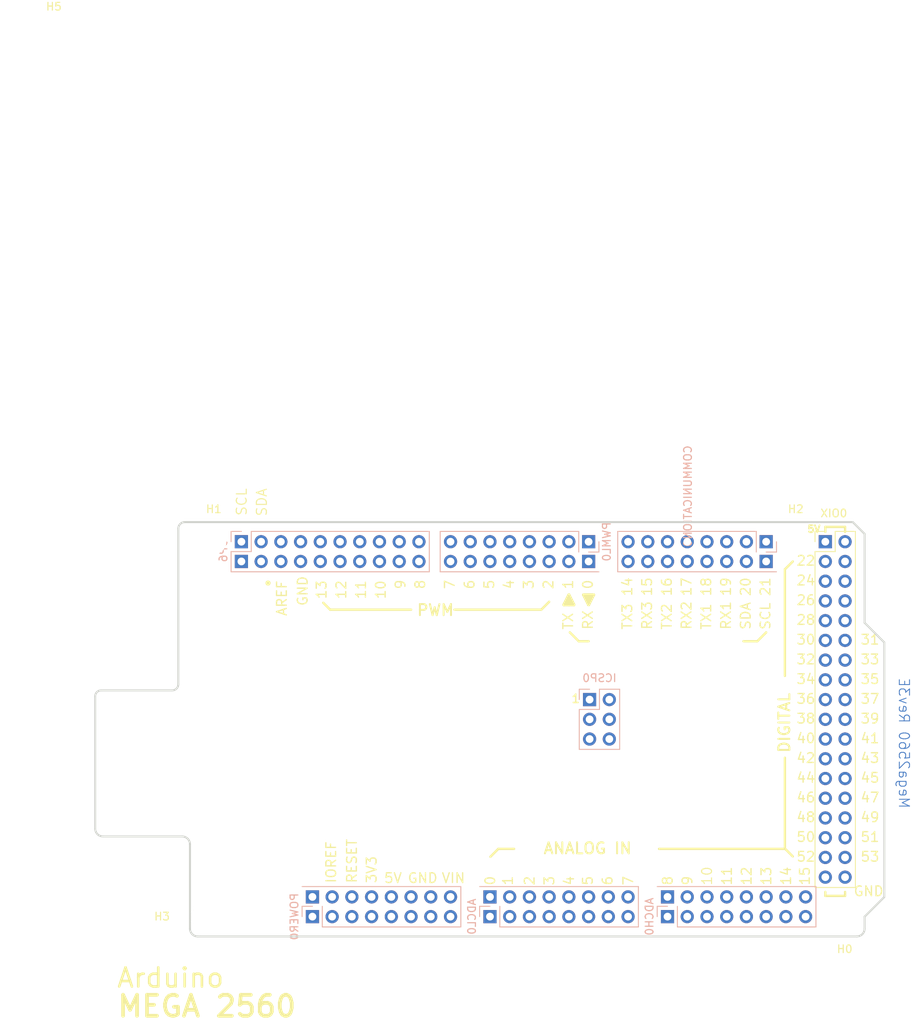
<source format=kicad_pcb>
(kicad_pcb (version 20240108) (generator "pcbnew") (generator_version "8.0")
  (layers (0 "F.Cu" signal) (31 "B.Cu" signal) (34 "B.Paste" user) (35 "F.Paste" user) (36 "B.SilkS" user "B.Silkscreen") (37 "F.SilkS" user "F.Silkscreen") (38 "B.Mask" user) (39 "F.Mask" user) (44 "Edge.Cuts" user))
  (net 0 "")
  (net 1 "+5V")
  (net 2 "GND")
  (net 3 "/ADC8")
  (net 4 "/ADC9")
  (net 5 "/ADC10")
  (net 6 "/ADC11")
  (net 7 "/ADC12")
  (net 8 "+3V3")
  (net 9 "/ADC13")
  (net 10 "/ADC14")
  (net 11 "/ADC15")
  (net 12 "/ADC0")
  (net 13 "/ADC1")
  (net 14 "/ADC2")
  (net 15 "/ADC3")
  (net 16 "/ADC4")
  (net 17 "/ADC5")
  (net 18 "/ADC6")
  (net 19 "/ADC7")
  (net 20 "/SCL")
  (net 21 "/SDA")
  (net 22 "/RXD1")
  (net 23 "/TXD1")
  (net 24 "/RXD2")
  (net 25 "/TXD2")
  (net 26 "/RXD3")
  (net 27 "/TXD3")
  (net 28 "/PB3")
  (net 29 "/PB1")
  (net 30 "/PB2")
  (net 31 "/RESET")
  (net 32 "/AREF")
  (net 33 "/VIN")
  (net 34 "/D13")
  (net 35 "/D12")
  (net 36 "/D11")
  (net 37 "/D10")
  (net 38 "/D9")
  (net 39 "/D8")
  (net 40 "/D0")
  (net 41 "/D1")
  (net 42 "/D2")
  (net 43 "/D3")
  (net 44 "/D4")
  (net 45 "/D5")
  (net 46 "/D6")
  (net 47 "/D7")
  (net 48 "/D22")
  (net 49 "/D23")
  (net 50 "/D24")
  (net 51 "/D25")
  (net 52 "/D26")
  (net 53 "/D27")
  (net 54 "/D28")
  (net 55 "/D29")
  (net 56 "/D30")
  (net 57 "/D31")
  (net 58 "/D32")
  (net 59 "/D33")
  (net 60 "/D34")
  (net 61 "/D35")
  (net 62 "/D36")
  (net 63 "/IOREF")
  (net 64 "/D37")
  (net 65 "/D38")
  (net 66 "/D39")
  (net 67 "/D40")
  (net 68 "/D41")
  (net 69 "/D42")
  (net 70 "/D43")
  (net 71 "/D44")
  (net 72 "/D45")
  (net 73 "/D46")
  (net 74 "/D47")
  (net 75 "/D48")
  (net 76 "/D49")
  (net 77 "/D50")
  (net 78 "/D51")
  (net 79 "/D52")
  (net 80 "/D53")
  (net 83 "/D1_0")
  (net 84 "/D0_0")
  (footprint "MountingHole:MountingHole_3.2mm_M3" (layer "F.Cu") (at 187.8967 80.8608)
    (property "Reference" "H2" (at 0 -4.2 0) (layer "F.SilkS"))
    (property "Value" "MountingHole_Pad")
    (pad "" np_thru_hole circle (at 0 0) (size 3.2 3.2) (drill 3.2) (layers "*.Cu" "*.Mask"))
  )
  (footprint "MountingHole:MountingHole_3.2mm_M3" (layer "F.Cu") (at 163.7667 96.1008)
    (property "Reference" "H4" (at 0 -0.1008 0) (layer "F.SilkS"))
    (property "Value" "MountingHole_Pad")
    (pad "" np_thru_hole circle (at 0 0) (size 3.2 3.2) (drill 3.2) (layers "*.Cu" "*.Mask"))
  )
  (footprint "MountingHole:MountingHole_3.2mm_M3" (layer "F.Cu") (at 112.9667 80.8608)
    (property "Reference" "H1" (at 0 -4.2 0) (layer "F.SilkS"))
    (property "Value" "MountingHole_Pad")
    (pad "" np_thru_hole circle (at 0 0) (size 3.2 3.2) (drill 3.2) (layers "*.Cu" "*.Mask"))
  )
  (footprint "MountingHole:MountingHole_3.2mm_M3" (layer "F.Cu") (at 194.2467 129.1208)
    (property "Reference" "H0" (at -0.0467 4.1792 0) (layer "F.SilkS"))
    (property "Value" "MountingHole_Pad")
    (pad "" np_thru_hole circle (at 0 0) (size 3.2 3.2) (drill 3.2) (layers "*.Cu" "*.Mask"))
  )
  (footprint "MountingHole:MountingHole_3.2mm_M3" (layer "F.Cu") (at 92.375 16.175)
    (property "Reference" "H5" (at 0 -4.2 0) (layer "F.SilkS"))
    (property "Value" "MountingHole_Pad")
    (pad "" np_thru_hole circle (at 0 0) (size 3.2 3.2) (drill 3.2) (layers "*.Cu" "*.Mask"))
  )
  (footprint "Connector_PinHeader_2.54mm:PinHeader_2x18_P2.54mm_Vertical" (layer "F.Cu") (at 191.7067 80.8608)
    (property "Reference" "XIO0" (at 1.0933 -3.6608 0) (layer "F.SilkS"))
    (property "Value" "18x2F-H8.5")
    (fp_line (start -1.33 -1.33) (end 0 -1.33) (stroke (width 0.12)) (layer "F.SilkS"))
    (fp_line (start -1.33 0) (end -1.33 -1.33) (stroke (width 0.12)) (layer "F.SilkS"))
    (fp_line (start -1.33 1.27) (end -1.33 44.51) (stroke (width 0.12)) (layer "F.SilkS"))
    (fp_line (start -1.33 1.27) (end 1.27 1.27) (stroke (width 0.12)) (layer "F.SilkS"))
    (fp_line (start -1.33 44.51) (end 3.87 44.51) (stroke (width 0.12)) (layer "F.SilkS"))
    (fp_line (start 1.27 -1.33) (end 3.87 -1.33) (stroke (width 0.12)) (layer "F.SilkS"))
    (fp_line (start 1.27 1.27) (end 1.27 -1.33) (stroke (width 0.12)) (layer "F.SilkS"))
    (fp_line (start 3.87 -1.33) (end 3.87 44.51) (stroke (width 0.12)) (layer "F.SilkS"))
    (pad "1" thru_hole rect (at 0 0) (size 1.7 1.7) (drill 1) (layers "*.Cu" "*.Mask") (net 1 "+5V"))
    (pad "2" thru_hole oval (at 2.54 0) (size 1.7 1.7) (drill 1) (layers "*.Cu" "*.Mask") (net 1 "+5V"))
    (pad "3" thru_hole oval (at 0 2.54) (size 1.7 1.7) (drill 1) (layers "*.Cu" "*.Mask") (net 48 "/D22"))
    (pad "4" thru_hole oval (at 2.54 2.54) (size 1.7 1.7) (drill 1) (layers "*.Cu" "*.Mask") (net 49 "/D23"))
    (pad "5" thru_hole oval (at 0 5.08) (size 1.7 1.7) (drill 1) (layers "*.Cu" "*.Mask") (net 50 "/D24"))
    (pad "6" thru_hole oval (at 2.54 5.08) (size 1.7 1.7) (drill 1) (layers "*.Cu" "*.Mask") (net 51 "/D25"))
    (pad "7" thru_hole oval (at 0 7.62) (size 1.7 1.7) (drill 1) (layers "*.Cu" "*.Mask") (net 52 "/D26"))
    (pad "8" thru_hole oval (at 2.54 7.62) (size 1.7 1.7) (drill 1) (layers "*.Cu" "*.Mask") (net 53 "/D27"))
    (pad "9" thru_hole oval (at 0 10.16) (size 1.7 1.7) (drill 1) (layers "*.Cu" "*.Mask") (net 54 "/D28"))
    (pad "10" thru_hole oval (at 2.54 10.16) (size 1.7 1.7) (drill 1) (layers "*.Cu" "*.Mask") (net 55 "/D29"))
    (pad "11" thru_hole oval (at 0 12.7) (size 1.7 1.7) (drill 1) (layers "*.Cu" "*.Mask") (net 56 "/D30"))
    (pad "12" thru_hole oval (at 2.54 12.7) (size 1.7 1.7) (drill 1) (layers "*.Cu" "*.Mask") (net 57 "/D31"))
    (pad "13" thru_hole oval (at 0 15.24) (size 1.7 1.7) (drill 1) (layers "*.Cu" "*.Mask") (net 58 "/D32"))
    (pad "14" thru_hole oval (at 2.54 15.24) (size 1.7 1.7) (drill 1) (layers "*.Cu" "*.Mask") (net 59 "/D33"))
    (pad "15" thru_hole oval (at 0 17.78) (size 1.7 1.7) (drill 1) (layers "*.Cu" "*.Mask") (net 60 "/D34"))
    (pad "16" thru_hole oval (at 2.54 17.78) (size 1.7 1.7) (drill 1) (layers "*.Cu" "*.Mask") (net 61 "/D35"))
    (pad "17" thru_hole oval (at 0 20.32) (size 1.7 1.7) (drill 1) (layers "*.Cu" "*.Mask") (net 62 "/D36"))
    (pad "18" thru_hole oval (at 2.54 20.32) (size 1.7 1.7) (drill 1) (layers "*.Cu" "*.Mask") (net 64 "/D37"))
    (pad "19" thru_hole oval (at 0 22.86) (size 1.7 1.7) (drill 1) (layers "*.Cu" "*.Mask") (net 65 "/D38"))
    (pad "20" thru_hole oval (at 2.54 22.86) (size 1.7 1.7) (drill 1) (layers "*.Cu" "*.Mask") (net 66 "/D39"))
    (pad "21" thru_hole oval (at 0 25.4) (size 1.7 1.7) (drill 1) (layers "*.Cu" "*.Mask") (net 67 "/D40"))
    (pad "22" thru_hole oval (at 2.54 25.4) (size 1.7 1.7) (drill 1) (layers "*.Cu" "*.Mask") (net 68 "/D41"))
    (pad "23" thru_hole oval (at 0 27.94) (size 1.7 1.7) (drill 1) (layers "*.Cu" "*.Mask") (net 69 "/D42"))
    (pad "24" thru_hole oval (at 2.54 27.94) (size 1.7 1.7) (drill 1) (layers "*.Cu" "*.Mask") (net 70 "/D43"))
    (pad "25" thru_hole oval (at 0 30.48) (size 1.7 1.7) (drill 1) (layers "*.Cu" "*.Mask") (net 71 "/D44"))
    (pad "26" thru_hole oval (at 2.54 30.48) (size 1.7 1.7) (drill 1) (layers "*.Cu" "*.Mask") (net 72 "/D45"))
    (pad "27" thru_hole oval (at 0 33.02) (size 1.7 1.7) (drill 1) (layers "*.Cu" "*.Mask") (net 73 "/D46"))
    (pad "28" thru_hole oval (at 2.54 33.02) (size 1.7 1.7) (drill 1) (layers "*.Cu" "*.Mask") (net 74 "/D47"))
    (pad "29" thru_hole oval (at 0 35.56) (size 1.7 1.7) (drill 1) (layers "*.Cu" "*.Mask") (net 75 "/D48"))
    (pad "30" thru_hole oval (at 2.54 35.56) (size 1.7 1.7) (drill 1) (layers "*.Cu" "*.Mask") (net 76 "/D49"))
    (pad "31" thru_hole oval (at 0 38.1) (size 1.7 1.7) (drill 1) (layers "*.Cu" "*.Mask") (net 77 "/D50"))
    (pad "32" thru_hole oval (at 2.54 38.1) (size 1.7 1.7) (drill 1) (layers "*.Cu" "*.Mask") (net 78 "/D51"))
    (pad "33" thru_hole oval (at 0 40.64) (size 1.7 1.7) (drill 1) (layers "*.Cu" "*.Mask") (net 79 "/D52"))
    (pad "34" thru_hole oval (at 2.54 40.64) (size 1.7 1.7) (drill 1) (layers "*.Cu" "*.Mask") (net 80 "/D53"))
    (pad "35" thru_hole oval (at 0 43.18) (size 1.7 1.7) (drill 1) (layers "*.Cu" "*.Mask") (net 2 "GND"))
    (pad "36" thru_hole oval (at 2.54 43.18) (size 1.7 1.7) (drill 1) (layers "*.Cu" "*.Mask") (net 2 "GND"))
  )
  (footprint "MountingHole:MountingHole_3.2mm_M3" (layer "F.Cu") (at 111.6967 129.1208)
    (property "Reference" "H3" (at -5.3967 -0.0208 0) (layer "F.SilkS"))
    (property "Value" "MountingHole_Pad")
    (pad "" np_thru_hole circle (at 0 0) (size 3.2 3.2) (drill 3.2) (layers "*.Cu" "*.Mask"))
  )
  (footprint "DoubleRows:PinHeader_1x08_P2.54mm_Vertical_Double" (layer "B.Cu") (at 161.2267 80.8608 90)
    (property "Reference" "PWML0" (at 0 2.33 -90) (layer "B.SilkS") (effects (justify mirror)))
    (property "Value" "FH254-108DF08500V")
    (fp_line (start -3.87 -19.11) (end 1.33 -19.11) (stroke (width 0.12)) (layer "B.SilkS"))
    (fp_line (start 1.33 -1.27) (end 1.33 -19.11) (stroke (width 0.12)) (layer "B.SilkS"))
    (fp_line (start -1.33 -1.27) (end 1.33 -1.27) (stroke (width 0.12)) (layer "B.SilkS"))
    (fp_line (start -1.33 0) (end -1.33 1.33) (stroke (width 0.12)) (layer "B.SilkS"))
    (fp_line (start -1.33 1.33) (end 0 1.33) (stroke (width 0.12)) (layer "B.SilkS"))
    (fp_line (start -3.87 1.33) (end -3.87 -19.11) (stroke (width 0.12)) (layer "B.SilkS"))
    (pad "1" thru_hole rect (at -2.54 0 90) (size 1.7 1.7) (drill 1) (layers "*.Cu" "*.Mask") (net 84 "/D0_0"))
    (pad "1" thru_hole rect (at 0 0 90) (size 1.7 1.7) (drill 1) (layers "*.Cu" "*.Mask") (net 40 "/D0"))
    (pad "2" thru_hole oval (at -2.54 -2.54 90) (size 1.7 1.7) (drill 1) (layers "*.Cu" "*.Mask") (net 83 "/D1_0"))
    (pad "2" thru_hole oval (at 0 -2.54 90) (size 1.7 1.7) (drill 1) (layers "*.Cu" "*.Mask") (net 41 "/D1"))
    (pad "3" thru_hole oval (at -2.54 -5.08 90) (size 1.7 1.7) (drill 1) (layers "*.Cu" "*.Mask") (net 42 "/D2"))
    (pad "3" thru_hole oval (at 0 -5.08 90) (size 1.7 1.7) (drill 1) (layers "*.Cu" "*.Mask") (net 42 "/D2"))
    (pad "4" thru_hole oval (at -2.54 -7.62 90) (size 1.7 1.7) (drill 1) (layers "*.Cu" "*.Mask") (net 43 "/D3"))
    (pad "4" thru_hole oval (at 0 -7.62 90) (size 1.7 1.7) (drill 1) (layers "*.Cu" "*.Mask") (net 43 "/D3"))
    (pad "5" thru_hole oval (at -2.54 -10.16 90) (size 1.7 1.7) (drill 1) (layers "*.Cu" "*.Mask") (net 44 "/D4"))
    (pad "5" thru_hole oval (at 0 -10.16 90) (size 1.7 1.7) (drill 1) (layers "*.Cu" "*.Mask") (net 44 "/D4"))
    (pad "6" thru_hole oval (at -2.54 -12.7 90) (size 1.7 1.7) (drill 1) (layers "*.Cu" "*.Mask") (net 45 "/D5"))
    (pad "6" thru_hole oval (at 0 -12.7 90) (size 1.7 1.7) (drill 1) (layers "*.Cu" "*.Mask") (net 45 "/D5"))
    (pad "7" thru_hole oval (at -2.54 -15.24 90) (size 1.7 1.7) (drill 1) (layers "*.Cu" "*.Mask") (net 46 "/D6"))
    (pad "7" thru_hole oval (at 0 -15.24 90) (size 1.7 1.7) (drill 1) (layers "*.Cu" "*.Mask") (net 46 "/D6"))
    (pad "8" thru_hole oval (at -2.54 -17.78 90) (size 1.7 1.7) (drill 1) (layers "*.Cu" "*.Mask") (net 47 "/D7"))
    (pad "8" thru_hole oval (at 0 -17.78 90) (size 1.7 1.7) (drill 1) (layers "*.Cu" "*.Mask") (net 47 "/D7"))
  )
  (footprint "DoubleRows:PinHeader_1x08_P2.54mm_Vertical_Double" (layer "B.Cu") (at 148.5267 129.1208 -90)
    (property "Reference" "ADCL0" (at 0 2.33 90) (layer "B.SilkS") (effects (justify mirror)))
    (property "Value" "FH254-108DF08500V")
    (fp_line (start -3.87 1.33) (end -3.87 -19.11) (stroke (width 0.12)) (layer "B.SilkS"))
    (fp_line (start -1.33 1.33) (end 0 1.33) (stroke (width 0.12)) (layer "B.SilkS"))
    (fp_line (start -1.33 0) (end -1.33 1.33) (stroke (width 0.12)) (layer "B.SilkS"))
    (fp_line (start -1.33 -1.27) (end 1.33 -1.27) (stroke (width 0.12)) (layer "B.SilkS"))
    (fp_line (start 1.33 -1.27) (end 1.33 -19.11) (stroke (width 0.12)) (layer "B.SilkS"))
    (fp_line (start -3.87 -19.11) (end 1.33 -19.11) (stroke (width 0.12)) (layer "B.SilkS"))
    (pad "1" thru_hole rect (at -2.54 0 270) (size 1.7 1.7) (drill 1) (layers "*.Cu" "*.Mask") (net 12 "/ADC0"))
    (pad "1" thru_hole rect (at 0 0 270) (size 1.7 1.7) (drill 1) (layers "*.Cu" "*.Mask") (net 12 "/ADC0"))
    (pad "2" thru_hole oval (at -2.54 -2.54 270) (size 1.7 1.7) (drill 1) (layers "*.Cu" "*.Mask") (net 13 "/ADC1"))
    (pad "2" thru_hole oval (at 0 -2.54 270) (size 1.7 1.7) (drill 1) (layers "*.Cu" "*.Mask") (net 13 "/ADC1"))
    (pad "3" thru_hole oval (at -2.54 -5.08 270) (size 1.7 1.7) (drill 1) (layers "*.Cu" "*.Mask") (net 14 "/ADC2"))
    (pad "3" thru_hole oval (at 0 -5.08 270) (size 1.7 1.7) (drill 1) (layers "*.Cu" "*.Mask") (net 14 "/ADC2"))
    (pad "4" thru_hole oval (at -2.54 -7.62 270) (size 1.7 1.7) (drill 1) (layers "*.Cu" "*.Mask") (net 15 "/ADC3"))
    (pad "4" thru_hole oval (at 0 -7.62 270) (size 1.7 1.7) (drill 1) (layers "*.Cu" "*.Mask") (net 15 "/ADC3"))
    (pad "5" thru_hole oval (at -2.54 -10.16 270) (size 1.7 1.7) (drill 1) (layers "*.Cu" "*.Mask") (net 16 "/ADC4"))
    (pad "5" thru_hole oval (at 0 -10.16 270) (size 1.7 1.7) (drill 1) (layers "*.Cu" "*.Mask") (net 16 "/ADC4"))
    (pad "6" thru_hole oval (at -2.54 -12.7 270) (size 1.7 1.7) (drill 1) (layers "*.Cu" "*.Mask") (net 17 "/ADC5"))
    (pad "6" thru_hole oval (at 0 -12.7 270) (size 1.7 1.7) (drill 1) (layers "*.Cu" "*.Mask") (net 17 "/ADC5"))
    (pad "7" thru_hole oval (at -2.54 -15.24 270) (size 1.7 1.7) (drill 1) (layers "*.Cu" "*.Mask") (net 18 "/ADC6"))
    (pad "7" thru_hole oval (at 0 -15.24 270) (size 1.7 1.7) (drill 1) (layers "*.Cu" "*.Mask") (net 18 "/ADC6"))
    (pad "8" thru_hole oval (at -2.54 -17.78 270) (size 1.7 1.7) (drill 1) (layers "*.Cu" "*.Mask") (net 19 "/ADC7"))
    (pad "8" thru_hole oval (at 0 -17.78 270) (size 1.7 1.7) (drill 1) (layers "*.Cu" "*.Mask") (net 19 "/ADC7"))
  )
  (footprint "DoubleRows:PinHeader_1x10_P2.54mm_Vertical_Double" (layer "B.Cu") (at 116.5227 80.8608 -90)
    (property "Reference" "JP6" (at 1.27 2.33 90) (layer "B.SilkS") (effects (justify mirror)))
    (property "Value" "FH254-110DF08500V")
    (fp_line (start -1.33 1.33) (end 0 1.33) (stroke (width 0.12)) (layer "B.SilkS"))
    (fp_line (start 1.27 1.33) (end 3.87 1.33) (stroke (width 0.12)) (layer "B.SilkS"))
    (fp_line (start 3.87 1.33) (end 3.87 -24.19) (stroke (width 0.12)) (layer "B.SilkS"))
    (fp_line (start -1.33 0) (end -1.33 1.33) (stroke (width 0.12)) (layer "B.SilkS"))
    (fp_line (start -1.33 -1.27) (end 1.27 -1.27) (stroke (width 0.12)) (layer "B.SilkS"))
    (fp_line (start -1.33 -1.27) (end -1.33 -24.19) (stroke (width 0.12)) (layer "B.SilkS"))
    (fp_line (start 1.27 -1.27) (end 1.27 1.33) (stroke (width 0.12)) (layer "B.SilkS"))
    (fp_line (start -1.33 -24.19) (end 3.87 -24.19) (stroke (width 0.12)) (layer "B.SilkS"))
    (pad "1" thru_hole rect (at 0 0 270) (size 1.7 1.7) (drill 1) (layers "*.Cu" "*.Mask") (net 20 "/SCL"))
    (pad "1" thru_hole rect (at 2.54 0 270) (size 1.7 1.7) (drill 1) (layers "*.Cu" "*.Mask") (net 20 "/SCL"))
    (pad "2" thru_hole oval (at 0 -2.54 270) (size 1.7 1.7) (drill 1) (layers "*.Cu" "*.Mask") (net 21 "/SDA"))
    (pad "2" thru_hole oval (at 2.54 -2.54 270) (size 1.7 1.7) (drill 1) (layers "*.Cu" "*.Mask") (net 21 "/SDA"))
    (pad "3" thru_hole oval (at 0 -5.08 270) (size 1.7 1.7) (drill 1) (layers "*.Cu" "*.Mask") (net 32 "/AREF"))
    (pad "3" thru_hole oval (at 2.54 -5.08 270) (size 1.7 1.7) (drill 1) (layers "*.Cu" "*.Mask") (net 32 "/AREF"))
    (pad "4" thru_hole oval (at 0 -7.62 270) (size 1.7 1.7) (drill 1) (layers "*.Cu" "*.Mask") (net 2 "GND"))
    (pad "4" thru_hole oval (at 2.54 -7.62 270) (size 1.7 1.7) (drill 1) (layers "*.Cu" "*.Mask") (net 2 "GND"))
    (pad "5" thru_hole oval (at 0 -10.16 270) (size 1.7 1.7) (drill 1) (layers "*.Cu" "*.Mask") (net 34 "/D13"))
    (pad "5" thru_hole oval (at 2.54 -10.16 270) (size 1.7 1.7) (drill 1) (layers "*.Cu" "*.Mask") (net 34 "/D13"))
    (pad "6" thru_hole oval (at 0 -12.7 270) (size 1.7 1.7) (drill 1) (layers "*.Cu" "*.Mask") (net 35 "/D12"))
    (pad "6" thru_hole oval (at 2.54 -12.7 270) (size 1.7 1.7) (drill 1) (layers "*.Cu" "*.Mask") (net 35 "/D12"))
    (pad "7" thru_hole oval (at 0 -15.24 270) (size 1.7 1.7) (drill 1) (layers "*.Cu" "*.Mask") (net 36 "/D11"))
    (pad "7" thru_hole oval (at 2.54 -15.24 270) (size 1.7 1.7) (drill 1) (layers "*.Cu" "*.Mask") (net 36 "/D11"))
    (pad "8" thru_hole oval (at 0 -17.78 270) (size 1.7 1.7) (drill 1) (layers "*.Cu" "*.Mask") (net 37 "/D10"))
    (pad "8" thru_hole oval (at 2.54 -17.78 270) (size 1.7 1.7) (drill 1) (layers "*.Cu" "*.Mask") (net 37 "/D10"))
    (pad "9" thru_hole oval (at 0 -20.32 270) (size 1.7 1.7) (drill 1) (layers "*.Cu" "*.Mask") (net 38 "/D9"))
    (pad "9" thru_hole oval (at 2.54 -20.32 270) (size 1.7 1.7) (drill 1) (layers "*.Cu" "*.Mask") (net 38 "/D9"))
    (pad "10" thru_hole oval (at 0 -22.86 270) (size 1.7 1.7) (drill 1) (layers "*.Cu" "*.Mask") (net 39 "/D8"))
    (pad "10" thru_hole oval (at 2.54 -22.86 270) (size 1.7 1.7) (drill 1) (layers "*.Cu" "*.Mask") (net 39 "/D8"))
  )
  (footprint "Connector_PinSocket_2.54mm:PinSocket_2x03_P2.54mm_Vertical" (layer "B.Cu") (at 161.3537 101.1808 180)
    (property "Reference" "ICSP0" (at -1.27 2.77 0) (layer "B.SilkS") (effects (justify mirror)))
    (property "Value" "ICSP")
    (fp_line (start 1.33 1.33) (end 1.33 0) (stroke (width 0.12)) (layer "B.SilkS"))
    (fp_line (start 1.33 -1.27) (end 1.33 -6.41) (stroke (width 0.12)) (layer "B.SilkS"))
    (fp_line (start 0 1.33) (end 1.33 1.33) (stroke (width 0.12)) (layer "B.SilkS"))
    (fp_line (start -1.27 1.33) (end -1.27 -1.27) (stroke (width 0.12)) (layer "B.SilkS"))
    (fp_line (start -1.27 -1.27) (end 1.33 -1.27) (stroke (width 0.12)) (layer "B.SilkS"))
    (fp_line (start -3.87 1.33) (end -1.27 1.33) (stroke (width 0.12)) (layer "B.SilkS"))
    (fp_line (start -3.87 1.33) (end -3.87 -6.41) (stroke (width 0.12)) (layer "B.SilkS"))
    (fp_line (start -3.87 -6.41) (end 1.33 -6.41) (stroke (width 0.12)) (layer "B.SilkS"))
    (pad "1" thru_hole rect (at 0 0 180) (size 1.7 1.7) (drill 1) (layers "*.Cu" "*.Mask") (net 28 "/PB3"))
    (pad "2" thru_hole oval (at -2.54 0 180) (size 1.7 1.7) (drill 1) (layers "*.Cu" "*.Mask") (net 1 "+5V"))
    (pad "3" thru_hole oval (at 0 -2.54 180) (size 1.7 1.7) (drill 1) (layers "*.Cu" "*.Mask") (net 29 "/PB1"))
    (pad "4" thru_hole oval (at -2.54 -2.54 180) (size 1.7 1.7) (drill 1) (layers "*.Cu" "*.Mask") (net 30 "/PB2"))
    (pad "5" thru_hole oval (at 0 -5.08 180) (size 1.7 1.7) (drill 1) (layers "*.Cu" "*.Mask") (net 31 "/RESET"))
    (pad "6" thru_hole oval (at -2.54 -5.08 180) (size 1.7 1.7) (drill 1) (layers "*.Cu" "*.Mask") (net 2 "GND"))
  )
  (footprint "DoubleRows:PinHeader_1x08_P2.54mm_Vertical_Double" (layer "B.Cu") (at 125.6667 129.1208 -90)
    (property "Reference" "POWER0" (at 0 2.33 90) (layer "B.SilkS") (effects (justify mirror)))
    (property "Value" "FH254-108DF08500V")
    (fp_line (start -3.87 1.33) (end -3.87 -19.11) (stroke (width 0.12)) (layer "B.SilkS"))
    (fp_line (start -1.33 1.33) (end 0 1.33) (stroke (width 0.12)) (layer "B.SilkS"))
    (fp_line (start -1.33 0) (end -1.33 1.33) (stroke (width 0.12)) (layer "B.SilkS"))
    (fp_line (start -1.33 -1.27) (end 1.33 -1.27) (stroke (width 0.12)) (layer "B.SilkS"))
    (fp_line (start 1.33 -1.27) (end 1.33 -19.11) (stroke (width 0.12)) (layer "B.SilkS"))
    (fp_line (start -3.87 -19.11) (end 1.33 -19.11) (stroke (width 0.12)) (layer "B.SilkS"))
    (pad "1" thru_hole rect (at -2.54 0 270) (size 1.7 1.7) (drill 1) (layers "*.Cu" "*.Mask"))
    (pad "1" thru_hole rect (at 0 0 270) (size 1.7 1.7) (drill 1) (layers "*.Cu" "*.Mask"))
    (pad "2" thru_hole oval (at -2.54 -2.54 270) (size 1.7 1.7) (drill 1) (layers "*.Cu" "*.Mask") (net 63 "/IOREF"))
    (pad "2" thru_hole oval (at 0 -2.54 270) (size 1.7 1.7) (drill 1) (layers "*.Cu" "*.Mask") (net 63 "/IOREF"))
    (pad "3" thru_hole oval (at -2.54 -5.08 270) (size 1.7 1.7) (drill 1) (layers "*.Cu" "*.Mask") (net 31 "/RESET"))
    (pad "3" thru_hole oval (at 0 -5.08 270) (size 1.7 1.7) (drill 1) (layers "*.Cu" "*.Mask") (net 31 "/RESET"))
    (pad "4" thru_hole oval (at -2.54 -7.62 270) (size 1.7 1.7) (drill 1) (layers "*.Cu" "*.Mask") (net 8 "+3V3"))
    (pad "4" thru_hole oval (at 0 -7.62 270) (size 1.7 1.7) (drill 1) (layers "*.Cu" "*.Mask") (net 8 "+3V3"))
    (pad "5" thru_hole oval (at -2.54 -10.16 270) (size 1.7 1.7) (drill 1) (layers "*.Cu" "*.Mask") (net 1 "+5V"))
    (pad "5" thru_hole oval (at 0 -10.16 270) (size 1.7 1.7) (drill 1) (layers "*.Cu" "*.Mask") (net 1 "+5V"))
    (pad "6" thru_hole oval (at -2.54 -12.7 270) (size 1.7 1.7) (drill 1) (layers "*.Cu" "*.Mask") (net 2 "GND"))
    (pad "6" thru_hole oval (at 0 -12.7 270) (size 1.7 1.7) (drill 1) (layers "*.Cu" "*.Mask") (net 2 "GND"))
    (pad "7" thru_hole oval (at -2.54 -15.24 270) (size 1.7 1.7) (drill 1) (layers "*.Cu" "*.Mask") (net 2 "GND"))
    (pad "7" thru_hole oval (at 0 -15.24 270) (size 1.7 1.7) (drill 1) (layers "*.Cu" "*.Mask") (net 2 "GND"))
    (pad "8" thru_hole oval (at -2.54 -17.78 270) (size 1.7 1.7) (drill 1) (layers "*.Cu" "*.Mask") (net 33 "/VIN"))
    (pad "8" thru_hole oval (at 0 -17.78 270) (size 1.7 1.7) (drill 1) (layers "*.Cu" "*.Mask") (net 33 "/VIN"))
  )
  (footprint "DoubleRows:PinHeader_1x08_P2.54mm_Vertical_Double" (layer "B.Cu") (at 184.0867 80.8608 90)
    (property "Reference" "COMMUNICATION0" (at 5.8608 -10.0867 90) (layer "B.SilkS") (effects (justify mirror)))
    (property "Value" "FH254-108DF08500V")
    (fp_line (start -3.87 -19.11) (end 1.33 -19.11) (stroke (width 0.12)) (layer "B.SilkS"))
    (fp_line (start 1.33 -1.27) (end 1.33 -19.11) (stroke (width 0.12)) (layer "B.SilkS"))
    (fp_line (start -1.33 -1.27) (end 1.33 -1.27) (stroke (width 0.12)) (layer "B.SilkS"))
    (fp_line (start -1.33 0) (end -1.33 1.33) (stroke (width 0.12)) (layer "B.SilkS"))
    (fp_line (start -1.33 1.33) (end 0 1.33) (stroke (width 0.12)) (layer "B.SilkS"))
    (fp_line (start -3.87 1.33) (end -3.87 -19.11) (stroke (width 0.12)) (layer "B.SilkS"))
    (pad "1" thru_hole rect (at -2.54 0 90) (size 1.7 1.7) (drill 1) (layers "*.Cu" "*.Mask") (net 20 "/SCL"))
    (pad "1" thru_hole rect (at 0 0 90) (size 1.7 1.7) (drill 1) (layers "*.Cu" "*.Mask") (net 20 "/SCL"))
    (pad "2" thru_hole oval (at -2.54 -2.54 90) (size 1.7 1.7) (drill 1) (layers "*.Cu" "*.Mask") (net 21 "/SDA"))
    (pad "2" thru_hole oval (at 0 -2.54 90) (size 1.7 1.7) (drill 1) (layers "*.Cu" "*.Mask") (net 21 "/SDA"))
    (pad "3" thru_hole oval (at -2.54 -5.08 90) (size 1.7 1.7) (drill 1) (layers "*.Cu" "*.Mask") (net 22 "/RXD1"))
    (pad "3" thru_hole oval (at 0 -5.08 90) (size 1.7 1.7) (drill 1) (layers "*.Cu" "*.Mask") (net 22 "/RXD1"))
    (pad "4" thru_hole oval (at -2.54 -7.62 90) (size 1.7 1.7) (drill 1) (layers "*.Cu" "*.Mask") (net 23 "/TXD1"))
    (pad "4" thru_hole oval (at 0 -7.62 90) (size 1.7 1.7) (drill 1) (layers "*.Cu" "*.Mask") (net 23 "/TXD1"))
    (pad "5" thru_hole oval (at -2.54 -10.16 90) (size 1.7 1.7) (drill 1) (layers "*.Cu" "*.Mask") (net 24 "/RXD2"))
    (pad "5" thru_hole oval (at 0 -10.16 90) (size 1.7 1.7) (drill 1) (layers "*.Cu" "*.Mask") (net 24 "/RXD2"))
    (pad "6" thru_hole oval (at -2.54 -12.7 90) (size 1.7 1.7) (drill 1) (layers "*.Cu" "*.Mask") (net 25 "/TXD2"))
    (pad "6" thru_hole oval (at 0 -12.7 90) (size 1.7 1.7) (drill 1) (layers "*.Cu" "*.Mask") (net 25 "/TXD2"))
    (pad "7" thru_hole oval (at -2.54 -15.24 90) (size 1.7 1.7) (drill 1) (layers "*.Cu" "*.Mask") (net 26 "/RXD3"))
    (pad "7" thru_hole oval (at 0 -15.24 90) (size 1.7 1.7) (drill 1) (layers "*.Cu" "*.Mask") (net 26 "/RXD3"))
    (pad "8" thru_hole oval (at -2.54 -17.78 90) (size 1.7 1.7) (drill 1) (layers "*.Cu" "*.Mask") (net 27 "/TXD3"))
    (pad "8" thru_hole oval (at 0 -17.78 90) (size 1.7 1.7) (drill 1) (layers "*.Cu" "*.Mask") (net 27 "/TXD3"))
  )
  (footprint "DoubleRows:PinHeader_1x08_P2.54mm_Vertical_Double" (layer "B.Cu") (at 171.3867 129.1208 -90)
    (property "Reference" "ADCH0" (at 0 2.33 90) (layer "B.SilkS") (effects (justify mirror)))
    (property "Value" "FH254-108DF08500V")
    (fp_line (start -3.87 1.33) (end -3.87 -19.11) (stroke (width 0.12)) (layer "B.SilkS"))
    (fp_line (start -1.33 1.33) (end 0 1.33) (stroke (width 0.12)) (layer "B.SilkS"))
    (fp_line (start -1.33 0) (end -1.33 1.33) (stroke (width 0.12)) (layer "B.SilkS"))
    (fp_line (start -1.33 -1.27) (end 1.33 -1.27) (stroke (width 0.12)) (layer "B.SilkS"))
    (fp_line (start 1.33 -1.27) (end 1.33 -19.11) (stroke (width 0.12)) (layer "B.SilkS"))
    (fp_line (start -3.87 -19.11) (end 1.33 -19.11) (stroke (width 0.12)) (layer "B.SilkS"))
    (pad "1" thru_hole rect (at -2.54 0 270) (size 1.7 1.7) (drill 1) (layers "*.Cu" "*.Mask") (net 3 "/ADC8"))
    (pad "1" thru_hole rect (at 0 0 270) (size 1.7 1.7) (drill 1) (layers "*.Cu" "*.Mask") (net 3 "/ADC8"))
    (pad "2" thru_hole oval (at -2.54 -2.54 270) (size 1.7 1.7) (drill 1) (layers "*.Cu" "*.Mask") (net 4 "/ADC9"))
    (pad "2" thru_hole oval (at 0 -2.54 270) (size 1.7 1.7) (drill 1) (layers "*.Cu" "*.Mask") (net 4 "/ADC9"))
    (pad "3" thru_hole oval (at -2.54 -5.08 270) (size 1.7 1.7) (drill 1) (layers "*.Cu" "*.Mask") (net 5 "/ADC10"))
    (pad "3" thru_hole oval (at 0 -5.08 270) (size 1.7 1.7) (drill 1) (layers "*.Cu" "*.Mask") (net 5 "/ADC10"))
    (pad "4" thru_hole oval (at -2.54 -7.62 270) (size 1.7 1.7) (drill 1) (layers "*.Cu" "*.Mask") (net 6 "/ADC11"))
    (pad "4" thru_hole oval (at 0 -7.62 270) (size 1.7 1.7) (drill 1) (layers "*.Cu" "*.Mask") (net 6 "/ADC11"))
    (pad "5" thru_hole oval (at -2.54 -10.16 270) (size 1.7 1.7) (drill 1) (layers "*.Cu" "*.Mask") (net 7 "/ADC12"))
    (pad "5" thru_hole oval (at 0 -10.16 270) (size 1.7 1.7) (drill 1) (layers "*.Cu" "*.Mask") (net 7 "/ADC12"))
    (pad "6" thru_hole oval (at -2.54 -12.7 270) (size 1.7 1.7) (drill 1) (layers "*.Cu" "*.Mask") (net 9 "/ADC13"))
    (pad "6" thru_hole oval (at 0 -12.7 270) (size 1.7 1.7) (drill 1) (layers "*.Cu" "*.Mask") (net 9 "/ADC13"))
    (pad "7" thru_hole oval (at -2.54 -15.24 270) (size 1.7 1.7) (drill 1) (layers "*.Cu" "*.Mask") (net 10 "/ADC14"))
    (pad "7" thru_hole oval (at 0 -15.24 270) (size 1.7 1.7) (drill 1) (layers "*.Cu" "*.Mask") (net 10 "/ADC14"))
    (pad "8" thru_hole oval (at -2.54 -17.78 270) (size 1.7 1.7) (drill 1) (layers "*.Cu" "*.Mask") (net 11 "/ADC15"))
    (pad "8" thru_hole oval (at 0 -17.78 270) (size 1.7 1.7) (drill 1) (layers "*.Cu" "*.Mask") (net 11 "/ADC15"))
  )
  (gr_line (start 181.1657 93.6734) (end 182.9437 93.6734) (stroke (width 0.3048)) (layer "F.SilkS"))
  (gr_line (start 158.6867 88.9744) (end 159.3217 88.9744) (stroke (width 0.4064)) (layer "F.SilkS"))
  (gr_line (start 161.2267 88.9744) (end 160.5917 87.7044) (stroke (width 0.4064)) (layer "F.SilkS"))
  (gr_line (start 160.5917 87.7044) (end 161.2267 87.7044) (stroke (width 0.4064)) (layer "F.SilkS"))
  (gr_line (start 158.0517 88.9744) (end 158.6867 88.3394) (stroke (width 0.4064)) (layer "F.SilkS"))
  (gr_line (start 191.7067 78.9558) (end 194.2467 78.9558) (stroke (width 0.3048)) (layer "F.SilkS"))
  (gr_line (start 186.4997 84.4168) (end 187.5157 83.4008) (stroke (width 0.3048)) (layer "F.SilkS"))
  (gr_line (start 151.631 120.4) (end 149.599 120.4) (stroke (width 0.3048)) (layer "F.SilkS"))
  (gr_line (start 186.4997 120.3578) (end 187.5157 121.3738) (stroke (width 0.3048)) (layer "F.SilkS"))
  (gr_line (start 160.5917 87.7044) (end 161.2267 88.3394) (stroke (width 0.4064)) (layer "F.SilkS"))
  (gr_line (start 161.8617 87.7044) (end 161.2267 87.7044) (stroke (width 0.4064)) (layer "F.SilkS"))
  (gr_line (start 182.9437 93.6734) (end 184.0867 92.5304) (stroke (width 0.3048)) (layer "F.SilkS"))
  (gr_line (start 191.7067 79.5908) (end 191.7067 78.9558) (stroke (width 0.3048)) (layer "F.SilkS"))
  (gr_line (start 191.7067 125.9458) (end 191.7067 126.4538) (stroke (width 0.3048)) (layer "F.SilkS"))
  (gr_line (start 158.6867 87.7044) (end 159.3217 88.9744) (stroke (width 0.4064)) (layer "F.SilkS"))
  (gr_line (start 155.1307 89.6094) (end 156.1467 88.5934) (stroke (width 0.3048)) (layer "F.SilkS"))
  (gr_line (start 159.9567 93.6734) (end 161.2267 93.6734) (stroke (width 0.3048)) (layer "F.SilkS"))
  (gr_line (start 158.8137 92.5304) (end 159.9567 93.6734) (stroke (width 0.3048)) (layer "F.SilkS"))
  (gr_line (start 158.6867 88.9744) (end 158.0517 88.9744) (stroke (width 0.4064)) (layer "F.SilkS"))
  (gr_line (start 149.599 120.4) (end 148.583 121.416) (stroke (width 0.3048)) (layer "F.SilkS"))
  (gr_line (start 161.8617 87.7044) (end 161.2267 88.9744) (stroke (width 0.4064)) (layer "F.SilkS"))
  (gr_line (start 161.2267 87.7044) (end 161.2267 88.3394) (stroke (width 0.4064)) (layer "F.SilkS"))
  (gr_circle (center 119.9517 86.1804) (end 120.1313 86.1804) (stroke (width 0.3048)) (fill none) (layer "F.SilkS"))
  (gr_line (start 161.2267 88.3394) (end 161.8617 87.7044) (stroke (width 0.4064)) (layer "F.SilkS"))
  (gr_line (start 194.2467 126.4538) (end 194.2467 125.9458) (stroke (width 0.3048)) (layer "F.SilkS"))
  (gr_line (start 194.2467 78.9558) (end 194.2467 79.5908) (stroke (width 0.3048)) (layer "F.SilkS"))
  (gr_line (start 158.6867 88.3394) (end 158.6867 88.9744) (stroke (width 0.4064)) (layer "F.SilkS"))
  (gr_line (start 159.3217 88.9744) (end 158.6867 88.3394) (stroke (width 0.4064)) (layer "F.SilkS"))
  (gr_line (start 191.7067 126.4538) (end 194.2467 126.4538) (stroke (width 0.3048)) (layer "F.SilkS"))
  (gr_line (start 127.9527 89.6094) (end 127.0637 88.7204) (stroke (width 0.3048)) (layer "F.SilkS"))
  (gr_line (start 186.4997 108.6738) (end 186.4997 120.3578) (stroke (width 0.3048)) (layer "F.SilkS"))
  (gr_line (start 138.3667 89.6094) (end 127.9527 89.6094) (stroke (width 0.3048)) (layer "F.SilkS"))
  (gr_line (start 158.0517 88.9744) (end 158.6867 87.7044) (stroke (width 0.4064)) (layer "F.SilkS"))
  (gr_line (start 186.4997 98.1328) (end 186.4997 84.4168) (stroke (width 0.3048)) (layer "F.SilkS"))
  (gr_line (start 143.9547 89.6094) (end 155.1307 89.6094) (stroke (width 0.3048)) (layer "F.SilkS"))
  (gr_line (start 170.3 120.4) (end 186.4997 120.4) (stroke (width 0.3048)) (layer "F.SilkS"))
  (gr_line (start 196.7611 129.1336) (end 196.7611 130.6736) (stroke (width 0.254)) (layer "Edge.Cuts"))
  (gr_arc (start 108.4 79.2) (mid 108.620563 78.601115) (end 109.2 78.3336) (stroke (width 0.254)) (layer "Edge.Cuts"))
  (gr_arc (start 97.7011 100.8) (mid 97.884865 100.255253) (end 98.4 100) (stroke (width 0.254)) (layer "Edge.Cuts"))
  (gr_line (start 109.2 78.3336) (end 195.2371 78.3336) (stroke (width 0.254)) (layer "Edge.Cuts"))
  (gr_line (start 196.7611 91.2876) (end 199.3011 93.8276) (stroke (width 0.254)) (layer "Edge.Cuts"))
  (gr_line (start 108.4 79.2) (end 108.4 99.2) (stroke (width 0.254)) (layer "Edge.Cuts"))
  (gr_line (start 97.7011 117.8) (end 97.7011 100.8) (stroke (width 0.254)) (layer "Edge.Cuts"))
  (gr_arc (start 98.7011 118.8) (mid 97.993993 118.507107) (end 97.7011 117.8) (stroke (width 0.254)) (layer "Edge.Cuts"))
  (gr_line (start 109.9011 130.6736) (end 109.9011 119.8) (stroke (width 0.254)) (layer "Edge.Cuts"))
  (gr_line (start 199.3011 126.5936) (end 196.7611 129.1336) (stroke (width 0.254)) (layer "Edge.Cuts"))
  (gr_arc (start 108.4 99.2) (mid 108.165685 99.765685) (end 107.6 100) (stroke (width 0.254)) (layer "Edge.Cuts"))
  (gr_arc (start 110.9011 131.6736) (mid 110.193993 131.380707) (end 109.9011 130.6736) (stroke (width 0.254)) (layer "Edge.Cuts"))
  (gr_arc (start 108.892893 118.8) (mid 109.604104 119.091193) (end 109.9011 119.8) (stroke (width 0.254)) (layer "Edge.Cuts"))
  (gr_line (start 195.2371 78.3336) (end 196.7611 79.8576) (stroke (width 0.254)) (layer "Edge.Cuts"))
  (gr_line (start 196.7611 79.8576) (end 196.7611 91.2876) (stroke (width 0.254)) (layer "Edge.Cuts"))
  (gr_line (start 199.3011 93.8276) (end 199.3011 126.5936) (stroke (width 0.254)) (layer "Edge.Cuts"))
  (gr_arc (start 196.7611 130.6736) (mid 196.468207 131.380707) (end 195.7611 131.6736) (stroke (width 0.254)) (layer "Edge.Cuts"))
  (gr_line (start 195.7611 131.6736) (end 110.9011 131.6736) (stroke (width 0.254)) (layer "Edge.Cuts"))
  (gr_line (start 98.7011 118.8) (end 108.892893 118.8) (stroke (width 0.254)) (layer "Edge.Cuts"))
  (gr_line (start 107.6 100) (end 98.4 100) (stroke (width 0.254)) (layer "Edge.Cuts"))
  (gr_text "Mega2560 Rev3E" (at 202.6 98.3 -90) (layer "B.Cu") (effects (font (size 1.308608 1.308608) (thickness 0.113792)) (justify right top mirror)))
  (gr_text "22" (at 187.8967 84.0358 0) (layer "F.SilkS") (effects (font (size 1.251712 1.251712) (thickness 0.170688)) (justify left bottom)))
  (gr_text "37" (at 196.1517 101.8158 0) (layer "F.SilkS") (effects (font (size 1.251712 1.251712) (thickness 0.170688)) (justify left bottom)))
  (gr_text "13" (at 127.5717 88.3394 90) (layer "F.SilkS") (effects (font (size 1.251712 1.251712) (thickness 0.170688)) (justify left bottom)))
  (gr_text "19" (at 179.6417 87.9584 90) (layer "F.SilkS") (effects (font (size 1.251712 1.251712) (thickness 0.170688)) (justify left bottom)))
  (gr_text "10" (at 135.1917 88.3394 90) (layer "F.SilkS") (effects (font (size 1.251712 1.251712) (thickness 0.170688)) (justify left bottom)))
  (gr_text "2" (at 156.7817 87.0694 90) (layer "F.SilkS") (effects (font (size 1.251712 1.251712) (thickness 0.170688)) (justify left bottom)))
  (gr_text "8" (at 140.2717 87.0694 90) (layer "F.SilkS") (effects (font (size 1.251712 1.251712) (thickness 0.170688)) (justify left bottom)))
  (gr_text "48" (at 187.8967 117.0558 0) (layer "F.SilkS") (effects (font (size 1.251712 1.251712) (thickness 0.170688)) (justify left bottom)))
  (gr_text "3V3" (at 134.0189 124.905 90) (layer "F.SilkS") (effects (font (size 1.251712 1.251712) (thickness 0.170688)) (justify left bottom)))
  (gr_text "3" (at 154.2417 87.0694 90) (layer "F.SilkS") (effects (font (size 1.251712 1.251712) (thickness 0.170688)) (justify left bottom)))
  (gr_text "7" (at 144.0817 87.0694 90) (layer "F.SilkS") (effects (font (size 1.251712 1.251712) (thickness 0.170688)) (justify left bottom)))
  (gr_text "10" (at 177.22 125.2 90) (layer "F.SilkS") (effects (font (size 1.28016 1.28016) (thickness 0.14224)) (justify left bottom)))
  (gr_text "46" (at 187.8967 114.5158 0) (layer "F.SilkS") (effects (font (size 1.251712 1.251712) (thickness 0.170688)) (justify left bottom)))
  (gr_text "13" (at 184.84 125.2 90) (layer "F.SilkS") (effects (font (size 1.251712 1.251712) (thickness 0.170688)) (justify left bottom)))
  (gr_text "41" (at 196.1517 106.8958 0) (layer "F.SilkS") (effects (font (size 1.251712 1.251712) (thickness 0.170688)) (justify left bottom)))
  (gr_text "GND" (at 195.2627 126.5808 0) (layer "F.SilkS") (effects (font (size 1.251712 1.251712) (thickness 0.170688)) (justify left bottom)))
  (gr_text "43" (at 196.1517 109.4358 0) (layer "F.SilkS") (effects (font (size 1.251712 1.251712) (thickness 0.170688)) (justify left bottom)))
  (gr_text "1" (at 151.566 125.2 90) (layer "F.SilkS") (effects (font (size 1.251712 1.251712) (thickness 0.170688)) (justify left bottom)))
  (gr_text "6" (at 164.393 125.2 90) (layer "F.SilkS") (effects (font (size 1.251712 1.251712) (thickness 0.170688)) (justify left bottom)))
  (gr_text "15" (at 169.4817 87.9584 90) (layer "F.SilkS") (effects (font (size 1.251712 1.251712) (thickness 0.170688)) (justify left bottom)))
  (gr_text "34" (at 187.8967 99.2758 0) (layer "F.SilkS") (effects (font (size 1.251712 1.251712) (thickness 0.170688)) (justify left bottom)))
  (gr_text "40" (at 187.8967 106.8958 0) (layer "F.SilkS") (effects (font (size 1.251712 1.251712) (thickness 0.170688)) (justify left bottom)))
  (gr_text "14" (at 187.38 125.2 90) (layer "F.SilkS") (effects (font (size 1.251712 1.251712) (thickness 0.170688)) (justify left bottom)))
  (gr_text "11" (at 132.6517 88.3394 90) (layer "F.SilkS") (effects (font (size 1.251712 1.251712) (thickness 0.170688)) (justify left bottom)))
  (gr_text "42" (at 187.8967 109.4358 0) (layer "F.SilkS") (effects (font (size 1.251712 1.251712) (thickness 0.170688)) (justify left bottom)))
  (gr_text "52" (at 187.8967 122.1358 0) (layer "F.SilkS") (effects (font (size 1.251712 1.251712) (thickness 0.170688)) (justify left bottom)))
  (gr_text "SCL" (at 117.3057 77.5974 90) (layer "F.SilkS") (effects (font (size 1.28016 1.28016) (thickness 0.14224)) (justify left bottom)))
  (gr_text "11" (at 179.76 125.2 90) (layer "F.SilkS") (effects (font (size 1.251712 1.251712) (thickness 0.170688)) (justify left bottom)))
  (gr_text "51" (at 196.1517 119.5958 0) (layer "F.SilkS") (effects (font (size 1.251712 1.251712) (thickness 0.170688)) (justify left bottom)))
  (gr_text "5V" (at 134.7975 124.8874 0) (layer "F.SilkS") (effects (font (size 1.251712 1.251712) (thickness 0.170688)) (justify left bottom)))
  (gr_text "20" (at 182.1817 87.9584 90) (layer "F.SilkS") (effects (font (size 1.251712 1.251712) (thickness 0.170688)) (justify left bottom)))
  (gr_text "3" (at 156.9 125.2 90) (layer "F.SilkS") (effects (font (size 1.251712 1.251712) (thickness 0.170688)) (justify left bottom)))
  (gr_text "17" (at 174.5617 87.9584 90) (layer "F.SilkS") (effects (font (size 1.251712 1.251712) (thickness 0.170688)) (justify left bottom)))
  (gr_text "GND" (at 125.1397 89.2162 90) (layer "F.SilkS") (effects (font (size 1.251712 1.251712) (thickness 0.170688)) (justify left bottom)))
  (gr_text "33" (at 196.1517 96.7358 0) (layer "F.SilkS") (effects (font (size 1.251712 1.251712) (thickness 0.170688)) (justify left bottom)))
  (gr_text "31" (at 196.1517 94.1958 0) (layer "F.SilkS") (effects (font (size 1.251712 1.251712) (thickness 0.170688)) (justify left bottom)))
  (gr_text "TX1" (at 177.1017 92.2764 90) (layer "F.SilkS") (effects (font (size 1.251712 1.251712) (thickness 0.170688)) (justify left bottom)))
  (gr_text "47" (at 196.1517 114.5158 0) (layer "F.SilkS") (effects (font (size 1.251712 1.251712) (thickness 0.170688)) (justify left bottom)))
  (gr_text "14" (at 166.9417 87.9584 90) (layer "F.SilkS") (effects (font (size 1.251712 1.251712) (thickness 0.170688)) (justify left bottom)))
  (gr_text "SCL" (at 184.7217 92.2764 90) (layer "F.SilkS") (effects (font (size 1.251712 1.251712) (thickness 0.170688)) (justify left bottom)))
  (gr_text "RX" (at 161.8617 92.2764 90) (layer "F.SilkS") (effects (font (size 1.251712 1.251712) (thickness 0.170688)) (justify left bottom)))
  (gr_text "39" (at 196.1517 104.3558 0) (layer "F.SilkS") (effects (font (size 1.251712 1.251712) (thickness 0.170688)) (justify left bottom)))
  (gr_text "SDA" (at 182.1817 92.2764 90) (layer "F.SilkS") (effects (font (size 1.251712 1.251712) (thickness 0.170688)) (justify left bottom)))
  (gr_text "TX" (at 159.3217 92.2764 90) (layer "F.SilkS") (effects (font (size 1.251712 1.251712) (thickness 0.170688)) (justify left bottom)))
  (gr_text "1" (at 159.3217 87.0694 90) (layer "F.SilkS") (effects (font (size 1.251712 1.251712) (thickness 0.170688)) (justify left bottom)))
  (gr_text "RESET" (at 131.4789 124.905 90) (layer "F.SilkS") (effects (font (size 1.251712 1.251712) (thickness 0.170688)) (justify left bottom)))
  (gr_text "45" (at 196.1517 111.9758 0) (layer "F.SilkS") (effects (font (size 1.251712 1.251712) (thickness 0.170688)) (justify left bottom)))
  (gr_text "9" (at 174.68 125.2 90) (layer "F.SilkS") (effects (font (size 1.251712 1.251712) (thickness 0.170688)) (justify left bottom)))
  (gr_text "16" (at 172.0217 87.9584 90) (layer "F.SilkS") (effects (font (size 1.251712 1.251712) (thickness 0.170688)) (justify left bottom)))
  (gr_text "50" (at 187.8967 119.5958 0) (layer "F.SilkS") (effects (font (size 1.251712 1.251712) (thickness 0.170688)) (justify left bottom)))
  (gr_text "1" (at 160.2023 100.431 0) (layer "F.SilkS") (effects (font (size 1.0795 1.0795) (thickness 0.1905)) (justify right top)))
  (gr_text "DIGITAL" (at 187.2617 108.1658 90) (layer "F.SilkS") (effects (font (size 1.42494 1.42494) (thickness 0.25146)) (justify left bottom)))
  (gr_text "18" (at 177.1017 87.9584 90) (layer "F.SilkS") (effects (font (size 1.251712 1.251712) (thickness 0.170688)) (justify left bottom)))
  (gr_text "RX3" (at 169.4817 92.2764 90) (layer "F.SilkS") (effects (font (size 1.251712 1.251712) (thickness 0.170688)) (justify left bottom)))
  (gr_text "0" (at 161.8617 87.0694 90) (layer "F.SilkS") (effects (font (size 1.251712 1.251712) (thickness 0.170688)) (justify left bottom)))
  (gr_text "PWM" (at 139.0017 90.4984 0) (layer "F.SilkS") (effects (font (size 1.42494 1.42494) (thickness 0.25146)) (justify left bottom)))
  (gr_text "SDA" (at 119.8965 77.6736 90) (layer "F.SilkS") (effects (font (size 1.28016 1.28016) (thickness 0.14224)) (justify left bottom)))
  (gr_text "49" (at 196.1517 117.0558 0) (layer "F.SilkS") (effects (font (size 1.251712 1.251712) (thickness 0.170688)) (justify left bottom)))
  (gr_text "35" (at 196.1517 99.2758 0) (layer "F.SilkS") (effects (font (size 1.251712 1.251712) (thickness 0.170688)) (justify left bottom)))
  (gr_text "53" (at 196.1517 122.1358 0) (layer "F.SilkS") (effects (font (size 1.251712 1.251712) (thickness 0.170688)) (justify left bottom)))
  (gr_text "8" (at 172.14 125.2 90) (layer "F.SilkS") (effects (font (size 1.251712 1.251712) (thickness 0.170688)) (justify left bottom)))
  (gr_text "RX2" (at 174.5617 92.2764 90) (layer "F.SilkS") (effects (font (size 1.251712 1.251712) (thickness 0.170688)) (justify left bottom)))
  (gr_text "6" (at 146.6217 87.0694 90) (layer "F.SilkS") (effects (font (size 1.251712 1.251712) (thickness 0.170688)) (justify left bottom)))
  (gr_text "2" (at 154.36 125.2 90) (layer "F.SilkS") (effects (font (size 1.251712 1.251712) (thickness 0.170688)) (justify left bottom)))
  (gr_text "TX2" (at 172.0217 92.2764 90) (layer "F.SilkS") (effects (font (size 1.251712 1.251712) (thickness 0.170688)) (justify left bottom)))
  (gr_text "26" (at 187.8967 89.1158 0) (layer "F.SilkS") (effects (font (size 1.251712 1.251712) (thickness 0.170688)) (justify left bottom)))
  (gr_text "5" (at 161.853 125.2 90) (layer "F.SilkS") (effects (font (size 1.251712 1.251712) (thickness 0.170688)) (justify left bottom)))
  (gr_text "30" (at 187.8967 94.1958 0) (layer "F.SilkS") (effects (font (size 1.251712 1.251712) (thickness 0.170688)) (justify left bottom)))
  (gr_text "0" (at 149.2887 125.2 90) (layer "F.SilkS") (effects (font (size 1.251712 1.251712) (thickness 0.170688)) (justify left bottom)))
  (gr_text "44" (at 187.8967 111.9758 0) (layer "F.SilkS") (effects (font (size 1.251712 1.251712) (thickness 0.170688)) (justify left bottom)))
  (gr_text "4" (at 159.44 125.2 90) (layer "F.SilkS") (effects (font (size 1.251712 1.251712) (thickness 0.170688)) (justify left bottom)))
  (gr_text "Arduino" (at 100.33 138.43 0) (layer "F.SilkS") (effects (font (size 2.45872 2.45872) (thickness 0.33528)) (justify left bottom)))
  (gr_text "32" (at 187.8967 96.7358 0) (layer "F.SilkS") (effects (font (size 1.251712 1.251712) (thickness 0.170688)) (justify left bottom)))
  (gr_text "36" (at 187.8967 101.8158 0) (layer "F.SilkS") (effects (font (size 1.251712 1.251712) (thickness 0.170688)) (justify left bottom)))
  (gr_text "15" (at 189.793 125.2 90) (layer "F.SilkS") (effects (font (size 1.251712 1.251712) (thickness 0.170688)) (justify left bottom)))
  (gr_text "RX1" (at 179.6417 92.2764 90) (layer "F.SilkS") (effects (font (size 1.251712 1.251712) (thickness 0.170688)) (justify left bottom)))
  (gr_text "28" (at 187.8967 91.6558 0) (layer "F.SilkS") (effects (font (size 1.251712 1.251712) (thickness 0.170688)) (justify left bottom)))
  (gr_text "12" (at 182.3 125.2 90) (layer "F.SilkS") (effects (font (size 1.251712 1.251712) (thickness 0.170688)) (justify left bottom)))
  (gr_text "38" (at 187.8967 104.3558 0) (layer "F.SilkS") (effects (font (size 1.251712 1.251712) (thickness 0.170688)) (justify left bottom)))
  (gr_text "ANALOG IN" (at 155.3 121.162 0) (layer "F.SilkS") (effects (font (size 1.42494 1.42494) (thickness 0.25146)) (justify left bottom)))
  (gr_text "IOREF" (at 128.8119 124.905 90) (layer "F.SilkS") (effects (font (size 1.251712 1.251712) (thickness 0.170688)) (justify left bottom)))
  (gr_text "5" (at 149.1617 87.0694 90) (layer "F.SilkS") (effects (font (size 1.251712 1.251712) (thickness 0.170688)) (justify left bottom)))
  (gr_text "21" (at 184.7217 87.9584 90) (layer "F.SilkS") (effects (font (size 1.251712 1.251712) (thickness 0.170688)) (justify left bottom)))
  (gr_text "4" (at 151.7017 87.0694 90) (layer "F.SilkS") (effects (font (size 1.251712 1.251712) (thickness 0.170688)) (justify left bottom)))
  (gr_text "TX3" (at 166.9417 92.2764 90) (layer "F.SilkS") (effects (font (size 1.251712 1.251712) (thickness 0.170688)) (justify left bottom)))
  (gr_text "12" (at 130.1117 88.3394 90) (layer "F.SilkS") (effects (font (size 1.251712 1.251712) (thickness 0.170688)) (justify left bottom)))
  (gr_text "MEGA 2560" (at 100.33 142.24 0) (layer "F.SilkS") (effects (font (size 2.69875 2.69875) (thickness 0.47625)) (justify left bottom)))
  (gr_text "7" (at 167.06 125.2 90) (layer "F.SilkS") (effects (font (size 1.251712 1.251712) (thickness 0.170688)) (justify left bottom)))
  (gr_text "24" (at 187.8967 86.5758 0) (layer "F.SilkS") (effects (font (size 1.251712 1.251712) (thickness 0.170688)) (justify left bottom)))
  (gr_text "AREF" (at 122.4619 90.5116 90) (layer "F.SilkS") (effects (font (size 1.251712 1.251712) (thickness 0.170688)) (justify left bottom)))
  (gr_text "5V" (at 191.1987 78.7018 0) (layer "F.SilkS") (effects (font (size 0.89408 0.89408) (thickness 0.22352)) (justify right top)))
  (gr_text "VIN" (at 142.2143 124.8874 0) (layer "F.SilkS") (effects (font (size 1.251712 1.251712) (thickness 0.170688)) (justify left bottom)))
  (gr_text "GND" (at 137.8455 124.8874 0) (layer "F.SilkS") (effects (font (size 1.251712 1.251712) (thickness 0.170688)) (justify left bottom)))
  (gr_text "9" (at 137.7317 87.0694 90) (layer "F.SilkS") (effects (font (size 1.251712 1.251712) (thickness 0.170688)) (justify left bottom)))
)
</source>
